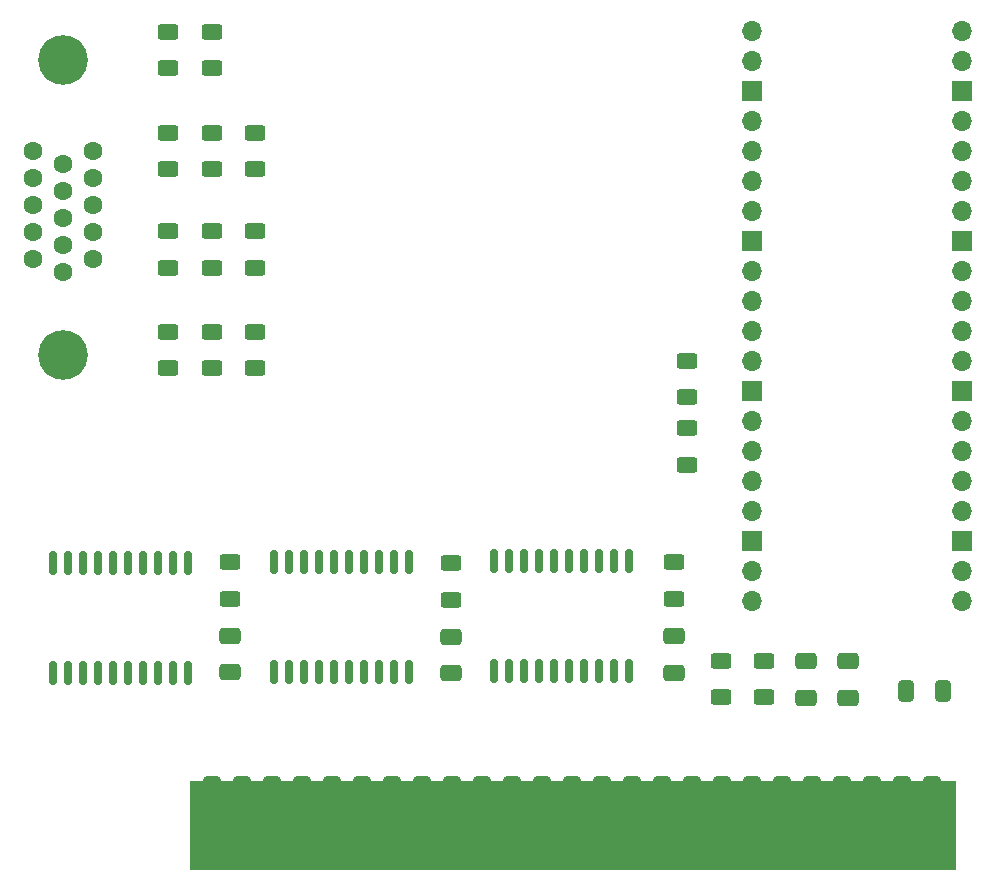
<source format=gts>
G04 #@! TF.GenerationSoftware,KiCad,Pcbnew,(7.0.0-0)*
G04 #@! TF.CreationDate,2024-01-11T11:42:18+09:00*
G04 #@! TF.ProjectId,AppleVGA_mini_kmm,4170706c-6556-4474-915f-6d696e695f6b,1.0*
G04 #@! TF.SameCoordinates,Original*
G04 #@! TF.FileFunction,Soldermask,Top*
G04 #@! TF.FilePolarity,Negative*
%FSLAX46Y46*%
G04 Gerber Fmt 4.6, Leading zero omitted, Abs format (unit mm)*
G04 Created by KiCad (PCBNEW (7.0.0-0)) date 2024-01-11 11:42:18*
%MOMM*%
%LPD*%
G01*
G04 APERTURE LIST*
G04 Aperture macros list*
%AMRoundRect*
0 Rectangle with rounded corners*
0 $1 Rounding radius*
0 $2 $3 $4 $5 $6 $7 $8 $9 X,Y pos of 4 corners*
0 Add a 4 corners polygon primitive as box body*
4,1,4,$2,$3,$4,$5,$6,$7,$8,$9,$2,$3,0*
0 Add four circle primitives for the rounded corners*
1,1,$1+$1,$2,$3*
1,1,$1+$1,$4,$5*
1,1,$1+$1,$6,$7*
1,1,$1+$1,$8,$9*
0 Add four rect primitives between the rounded corners*
20,1,$1+$1,$2,$3,$4,$5,0*
20,1,$1+$1,$4,$5,$6,$7,0*
20,1,$1+$1,$6,$7,$8,$9,0*
20,1,$1+$1,$8,$9,$2,$3,0*%
G04 Aperture macros list end*
%ADD10C,0.050000*%
%ADD11RoundRect,0.381000X0.381000X3.175000X-0.381000X3.175000X-0.381000X-3.175000X0.381000X-3.175000X0*%
%ADD12O,1.700000X1.700000*%
%ADD13R,1.700000X1.700000*%
%ADD14RoundRect,0.250000X0.625000X-0.400000X0.625000X0.400000X-0.625000X0.400000X-0.625000X-0.400000X0*%
%ADD15C,4.200000*%
%ADD16C,1.600000*%
%ADD17RoundRect,0.150000X-0.150000X0.875000X-0.150000X-0.875000X0.150000X-0.875000X0.150000X0.875000X0*%
%ADD18RoundRect,0.250000X-0.412500X-0.650000X0.412500X-0.650000X0.412500X0.650000X-0.412500X0.650000X0*%
%ADD19RoundRect,0.250000X-0.650000X0.412500X-0.650000X-0.412500X0.650000X-0.412500X0.650000X0.412500X0*%
G04 APERTURE END LIST*
D10*
X120015000Y-133350000D02*
X184785000Y-133350000D01*
X184785000Y-133350000D02*
X184785000Y-140843000D01*
X184785000Y-140843000D02*
X120015000Y-140843000D01*
X120015000Y-140843000D02*
X120015000Y-133350000D01*
G36*
X120015000Y-133350000D02*
G01*
X184785000Y-133350000D01*
X184785000Y-140843000D01*
X120015000Y-140843000D01*
X120015000Y-133350000D01*
G37*
D11*
X121920000Y-136525000D03*
X124460000Y-136525000D03*
X127000000Y-136525000D03*
X129540000Y-136525000D03*
X132080000Y-136525000D03*
X134620000Y-136525000D03*
X137160000Y-136525000D03*
X139700000Y-136525000D03*
X142240000Y-136525000D03*
X144780000Y-136525000D03*
X147320000Y-136525000D03*
X149860000Y-136525000D03*
X152400000Y-136525000D03*
X154940000Y-136525000D03*
X157480000Y-136525000D03*
X160020000Y-136525000D03*
X162560000Y-136525000D03*
X165100000Y-136525000D03*
X167640000Y-136525000D03*
X170180000Y-136525000D03*
X172720000Y-136525000D03*
X175260000Y-136525000D03*
X177800000Y-136525000D03*
X180340000Y-136525000D03*
X182880000Y-136525000D03*
D12*
X167669999Y-69834999D03*
X167669999Y-72374999D03*
D13*
X167669999Y-74914999D03*
D12*
X167669999Y-77454999D03*
X167669999Y-79994999D03*
X167669999Y-82534999D03*
X167669999Y-85074999D03*
D13*
X167669999Y-87614999D03*
D12*
X167669999Y-90154999D03*
X167669999Y-92694999D03*
X167669999Y-95234999D03*
X167669999Y-97774999D03*
D13*
X167669999Y-100314999D03*
D12*
X167669999Y-102854999D03*
X167669999Y-105394999D03*
X167669999Y-107934999D03*
X167669999Y-110474999D03*
D13*
X167669999Y-113014999D03*
D12*
X167669999Y-115554999D03*
X167669999Y-118094999D03*
X185449999Y-118094999D03*
X185449999Y-115554999D03*
D13*
X185449999Y-113014999D03*
D12*
X185449999Y-110474999D03*
X185449999Y-107934999D03*
X185449999Y-105394999D03*
X185449999Y-102854999D03*
D13*
X185449999Y-100314999D03*
D12*
X185449999Y-97774999D03*
X185449999Y-95234999D03*
X185449999Y-92694999D03*
X185449999Y-90154999D03*
D13*
X185449999Y-87614999D03*
D12*
X185449999Y-85074999D03*
X185449999Y-82534999D03*
X185449999Y-79994999D03*
X185449999Y-77454999D03*
D13*
X185449999Y-74914999D03*
D12*
X185449999Y-72374999D03*
X185449999Y-69834999D03*
D14*
X162125000Y-100875000D03*
X162125000Y-97775000D03*
X121875000Y-81550000D03*
X121875000Y-78450000D03*
X121875000Y-89925000D03*
X121875000Y-86825000D03*
X125550000Y-89925000D03*
X125550000Y-86825000D03*
X118200000Y-81550000D03*
X118200000Y-78450000D03*
X142175000Y-118000000D03*
X142175000Y-114900000D03*
D15*
X109312988Y-72326500D03*
X109312988Y-97326500D03*
D16*
X111852988Y-89144500D03*
X111852988Y-86858500D03*
X111852988Y-84572500D03*
X111852988Y-82286500D03*
X111852988Y-80000500D03*
X109312988Y-90287500D03*
X109312988Y-88001500D03*
X109312988Y-85715500D03*
X109312988Y-83429500D03*
X109312988Y-81143500D03*
X106772988Y-89144500D03*
X106772988Y-86858500D03*
X106772988Y-84572500D03*
X106772988Y-82286500D03*
X106772988Y-80000500D03*
D14*
X168650000Y-126275000D03*
X168650000Y-123175000D03*
D17*
X138590000Y-114825000D03*
X137320000Y-114825000D03*
X136050000Y-114825000D03*
X134780000Y-114825000D03*
X133510000Y-114825000D03*
X132240000Y-114825000D03*
X130970000Y-114825000D03*
X129700000Y-114825000D03*
X128430000Y-114825000D03*
X127160000Y-114825000D03*
X127160000Y-124125000D03*
X128430000Y-124125000D03*
X129700000Y-124125000D03*
X130970000Y-124125000D03*
X132240000Y-124125000D03*
X133510000Y-124125000D03*
X134780000Y-124125000D03*
X136050000Y-124125000D03*
X137320000Y-124125000D03*
X138590000Y-124125000D03*
D14*
X121875000Y-73025000D03*
X121875000Y-69925000D03*
X118200000Y-73025000D03*
X118200000Y-69925000D03*
X161025000Y-117950000D03*
X161025000Y-114850000D03*
D18*
X180657500Y-125710000D03*
X183782500Y-125710000D03*
D14*
X118225000Y-98425000D03*
X118225000Y-95325000D03*
D19*
X172225000Y-123175000D03*
X172225000Y-126300000D03*
D17*
X157215000Y-114750000D03*
X155945000Y-114750000D03*
X154675000Y-114750000D03*
X153405000Y-114750000D03*
X152135000Y-114750000D03*
X150865000Y-114750000D03*
X149595000Y-114750000D03*
X148325000Y-114750000D03*
X147055000Y-114750000D03*
X145785000Y-114750000D03*
X145785000Y-124050000D03*
X147055000Y-124050000D03*
X148325000Y-124050000D03*
X149595000Y-124050000D03*
X150865000Y-124050000D03*
X152135000Y-124050000D03*
X153405000Y-124050000D03*
X154675000Y-124050000D03*
X155945000Y-124050000D03*
X157215000Y-124050000D03*
D14*
X123425000Y-117912500D03*
X123425000Y-114812500D03*
X162160000Y-106570000D03*
X162160000Y-103470000D03*
X121900000Y-98425000D03*
X121900000Y-95325000D03*
X164975000Y-126275000D03*
X164975000Y-123175000D03*
X118200000Y-89925000D03*
X118200000Y-86825000D03*
X125575000Y-98425000D03*
X125575000Y-95325000D03*
D19*
X161000000Y-121075000D03*
X161000000Y-124200000D03*
X142175000Y-121125000D03*
X142175000Y-124250000D03*
X123425000Y-121037500D03*
X123425000Y-124162500D03*
D14*
X125550000Y-81550000D03*
X125550000Y-78450000D03*
D17*
X119865000Y-114875000D03*
X118595000Y-114875000D03*
X117325000Y-114875000D03*
X116055000Y-114875000D03*
X114785000Y-114875000D03*
X113515000Y-114875000D03*
X112245000Y-114875000D03*
X110975000Y-114875000D03*
X109705000Y-114875000D03*
X108435000Y-114875000D03*
X108435000Y-124175000D03*
X109705000Y-124175000D03*
X110975000Y-124175000D03*
X112245000Y-124175000D03*
X113515000Y-124175000D03*
X114785000Y-124175000D03*
X116055000Y-124175000D03*
X117325000Y-124175000D03*
X118595000Y-124175000D03*
X119865000Y-124175000D03*
D19*
X175725000Y-123175000D03*
X175725000Y-126300000D03*
M02*

</source>
